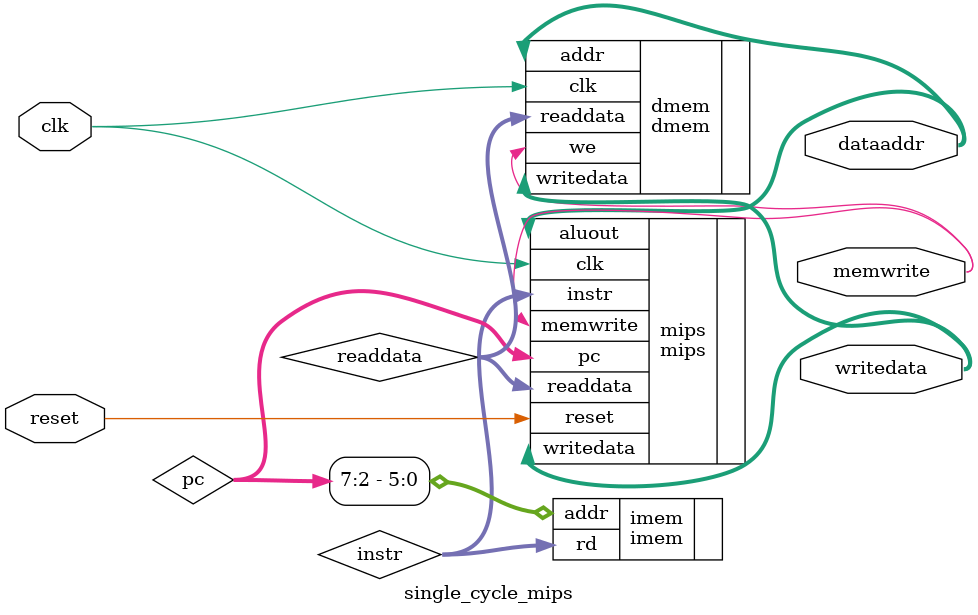
<source format=sv>
module single_cycle_mips
    (input logic clk, reset,
    output logic [31:0] writedata, dataaddr,
    output logic memwrite);

    logic [31:0] instr, readdata, pc, aluout;

    mips mips (.clk(clk), .reset(reset), .instr(instr), .readdata(readdata), .memwrite(memwrite), .pc(pc), .aluout(dataaddr), .writedata(writedata));

    // memory init
    dmem dmem (.clk(clk), .we(memwrite), .addr(dataaddr), .writedata(writedata), .readdata(readdata));
    // using a part of the pc to  access the imem for smaller imem
    imem imem (.addr(pc[7:2]), .rd(instr));

endmodule

</source>
